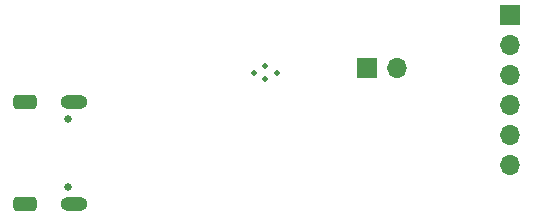
<source format=gbr>
%TF.GenerationSoftware,KiCad,Pcbnew,7.0.10*%
%TF.CreationDate,2024-04-19T21:49:06+08:00*%
%TF.ProjectId,MyProject1_4,4d795072-6f6a-4656-9374-315f342e6b69,rev?*%
%TF.SameCoordinates,Original*%
%TF.FileFunction,Soldermask,Bot*%
%TF.FilePolarity,Negative*%
%FSLAX46Y46*%
G04 Gerber Fmt 4.6, Leading zero omitted, Abs format (unit mm)*
G04 Created by KiCad (PCBNEW 7.0.10) date 2024-04-19 21:49:06*
%MOMM*%
%LPD*%
G01*
G04 APERTURE LIST*
G04 Aperture macros list*
%AMRoundRect*
0 Rectangle with rounded corners*
0 $1 Rounding radius*
0 $2 $3 $4 $5 $6 $7 $8 $9 X,Y pos of 4 corners*
0 Add a 4 corners polygon primitive as box body*
4,1,4,$2,$3,$4,$5,$6,$7,$8,$9,$2,$3,0*
0 Add four circle primitives for the rounded corners*
1,1,$1+$1,$2,$3*
1,1,$1+$1,$4,$5*
1,1,$1+$1,$6,$7*
1,1,$1+$1,$8,$9*
0 Add four rect primitives between the rounded corners*
20,1,$1+$1,$2,$3,$4,$5,0*
20,1,$1+$1,$4,$5,$6,$7,0*
20,1,$1+$1,$6,$7,$8,$9,0*
20,1,$1+$1,$8,$9,$2,$3,0*%
G04 Aperture macros list end*
%ADD10C,0.650000*%
%ADD11O,2.300000X1.200000*%
%ADD12RoundRect,0.300000X-0.700000X0.300000X-0.700000X-0.300000X0.700000X-0.300000X0.700000X0.300000X0*%
%ADD13R,1.700000X1.700000*%
%ADD14O,1.700000X1.700000*%
%ADD15C,0.500000*%
G04 APERTURE END LIST*
D10*
%TO.C,J9*%
X77480000Y-73690000D03*
X77480000Y-79470000D03*
D11*
X77980000Y-72260000D03*
X77980000Y-80900000D03*
D12*
X73800000Y-72260000D03*
X73800000Y-80900000D03*
%TD*%
D13*
%TO.C,JP1*%
X102825000Y-69400000D03*
D14*
X105365000Y-69400000D03*
%TD*%
D13*
%TO.C,J10*%
X114935000Y-64897000D03*
D14*
X114935000Y-67437000D03*
X114935000Y-69977000D03*
X114935000Y-72517000D03*
X114935000Y-75057000D03*
X114935000Y-77597000D03*
%TD*%
D15*
%TO.C,U5*%
X94200000Y-69225000D03*
X95150000Y-69800000D03*
X93250000Y-69800000D03*
X94200000Y-70375000D03*
%TD*%
M02*

</source>
